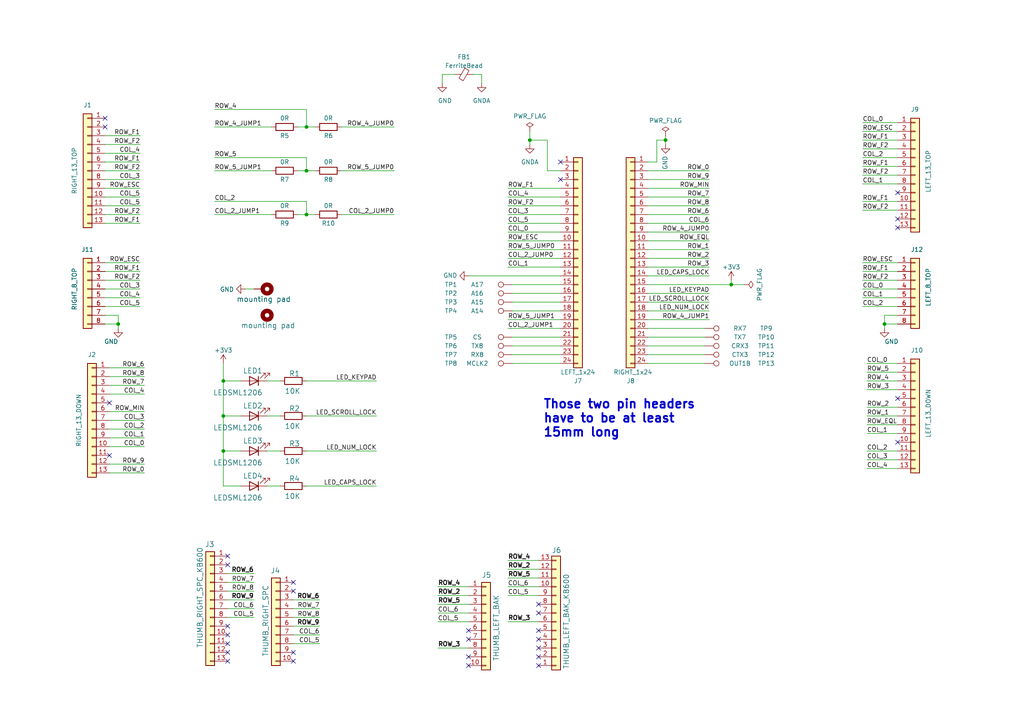
<source format=kicad_sch>
(kicad_sch (version 20230819) (generator eeschema)
  (paper "A4")
  (title_block (title "QMK BOARD FOR KINESIS ADVANTAGE") (date "2022-12-26") (rev "1.0"))
  (lib_symbols
    (symbol "Connector:TestPoint" (pin_numbers hide) (pin_names (offset 0.762) hide)
      (property "Reference" "TP" (at 0 6.858 0))
      (property "Value" "TestPoint" (at 0 5.08 0))
      (symbol "TestPoint_0_1"
        (circle (center 0 3.302) (radius 0.762))
      )
      (symbol "TestPoint_1_1"
        (pin passive line (at 0 0 90) (length 2.54) (name "1") (number "1"))
      )
    )
    (symbol "Connector_Generic:Conn_01x08" (pin_names (offset 1.016) hide)
      (property "Reference" "J" (at 0 10.16 0))
      (property "Value" "Conn_01x08" (at 0 -12.7 0))
      (symbol "Conn_01x08_1_1"
        (rectangle (start -1.27 -10.033) (end 0 -10.287) (stroke (width 0.1524)))
        (rectangle (start -1.27 -7.493) (end 0 -7.747) (stroke (width 0.1524)))
        (rectangle (start -1.27 -4.953) (end 0 -5.207) (stroke (width 0.1524)))
        (rectangle (start -1.27 -2.413) (end 0 -2.667) (stroke (width 0.1524)))
        (rectangle (start -1.27 0.127) (end 0 -0.127) (stroke (width 0.1524)))
        (rectangle (start -1.27 2.667) (end 0 2.413) (stroke (width 0.1524)))
        (rectangle (start -1.27 5.207) (end 0 4.953) (stroke (width 0.1524)))
        (rectangle (start -1.27 7.747) (end 0 7.493) (stroke (width 0.1524)))
        (rectangle (start -1.27 8.89) (end 1.27 -11.43) (stroke (width 0.254)) (fill (type background)))
        (pin passive line (at -5.08 7.62 0) (length 3.81) (name "Pin_1") (number "1"))
        (pin passive line (at -5.08 5.08 0) (length 3.81) (name "Pin_2") (number "2"))
        (pin passive line (at -5.08 2.54 0) (length 3.81) (name "Pin_3") (number "3"))
        (pin passive line (at -5.08 0 0) (length 3.81) (name "Pin_4") (number "4"))
        (pin passive line (at -5.08 -2.54 0) (length 3.81) (name "Pin_5") (number "5"))
        (pin passive line (at -5.08 -5.08 0) (length 3.81) (name "Pin_6") (number "6"))
        (pin passive line (at -5.08 -7.62 0) (length 3.81) (name "Pin_7") (number "7"))
        (pin passive line (at -5.08 -10.16 0) (length 3.81) (name "Pin_8") (number "8"))
      )
    )
    (symbol "Connector_Generic:Conn_01x10" (pin_names (offset 1.016) hide)
      (property "Reference" "J" (at 0 12.7 0))
      (property "Value" "Conn_01x10" (at 0 -15.24 0))
      (symbol "Conn_01x10_1_1"
        (rectangle (start -1.27 -12.573) (end 0 -12.827) (stroke (width 0.1524)))
        (rectangle (start -1.27 -10.033) (end 0 -10.287) (stroke (width 0.1524)))
        (rectangle (start -1.27 -7.493) (end 0 -7.747) (stroke (width 0.1524)))
        (rectangle (start -1.27 -4.953) (end 0 -5.207) (stroke (width 0.1524)))
        (rectangle (start -1.27 -2.413) (end 0 -2.667) (stroke (width 0.1524)))
        (rectangle (start -1.27 0.127) (end 0 -0.127) (stroke (width 0.1524)))
        (rectangle (start -1.27 2.667) (end 0 2.413) (stroke (width 0.1524)))
        (rectangle (start -1.27 5.207) (end 0 4.953) (stroke (width 0.1524)))
        (rectangle (start -1.27 7.747) (end 0 7.493) (stroke (width 0.1524)))
        (rectangle (start -1.27 10.287) (end 0 10.033) (stroke (width 0.1524)))
        (rectangle (start -1.27 11.43) (end 1.27 -13.97) (stroke (width 0.254)) (fill (type background)))
        (pin passive line (at -5.08 10.16 0) (length 3.81) (name "Pin_1") (number "1"))
        (pin passive line (at -5.08 -12.7 0) (length 3.81) (name "Pin_10") (number "10"))
        (pin passive line (at -5.08 7.62 0) (length 3.81) (name "Pin_2") (number "2"))
        (pin passive line (at -5.08 5.08 0) (length 3.81) (name "Pin_3") (number "3"))
        (pin passive line (at -5.08 2.54 0) (length 3.81) (name "Pin_4") (number "4"))
        (pin passive line (at -5.08 0 0) (length 3.81) (name "Pin_5") (number "5"))
        (pin passive line (at -5.08 -2.54 0) (length 3.81) (name "Pin_6") (number "6"))
        (pin passive line (at -5.08 -5.08 0) (length 3.81) (name "Pin_7") (number "7"))
        (pin passive line (at -5.08 -7.62 0) (length 3.81) (name "Pin_8") (number "8"))
        (pin passive line (at -5.08 -10.16 0) (length 3.81) (name "Pin_9") (number "9"))
      )
    )
    (symbol "Connector_Generic:Conn_01x13" (pin_names (offset 1.016) hide)
      (property "Reference" "J" (at 0 17.78 0))
      (property "Value" "Conn_01x13" (at 0 -17.78 0))
      (symbol "Conn_01x13_1_1"
        (rectangle (start -1.27 -15.113) (end 0 -15.367) (stroke (width 0.1524)))
        (rectangle (start -1.27 -12.573) (end 0 -12.827) (stroke (width 0.1524)))
        (rectangle (start -1.27 -10.033) (end 0 -10.287) (stroke (width 0.1524)))
        (rectangle (start -1.27 -7.493) (end 0 -7.747) (stroke (width 0.1524)))
        (rectangle (start -1.27 -4.953) (end 0 -5.207) (stroke (width 0.1524)))
        (rectangle (start -1.27 -2.413) (end 0 -2.667) (stroke (width 0.1524)))
        (rectangle (start -1.27 0.127) (end 0 -0.127) (stroke (width 0.1524)))
        (rectangle (start -1.27 2.667) (end 0 2.413) (stroke (width 0.1524)))
        (rectangle (start -1.27 5.207) (end 0 4.953) (stroke (width 0.1524)))
        (rectangle (start -1.27 7.747) (end 0 7.493) (stroke (width 0.1524)))
        (rectangle (start -1.27 10.287) (end 0 10.033) (stroke (width 0.1524)))
        (rectangle (start -1.27 12.827) (end 0 12.573) (stroke (width 0.1524)))
        (rectangle (start -1.27 15.367) (end 0 15.113) (stroke (width 0.1524)))
        (rectangle (start -1.27 16.51) (end 1.27 -16.51) (stroke (width 0.254)) (fill (type background)))
        (pin passive line (at -5.08 15.24 0) (length 3.81) (name "Pin_1") (number "1"))
        (pin passive line (at -5.08 -7.62 0) (length 3.81) (name "Pin_10") (number "10"))
        (pin passive line (at -5.08 -10.16 0) (length 3.81) (name "Pin_11") (number "11"))
        (pin passive line (at -5.08 -12.7 0) (length 3.81) (name "Pin_12") (number "12"))
        (pin passive line (at -5.08 -15.24 0) (length 3.81) (name "Pin_13") (number "13"))
        (pin passive line (at -5.08 12.7 0) (length 3.81) (name "Pin_2") (number "2"))
        (pin passive line (at -5.08 10.16 0) (length 3.81) (name "Pin_3") (number "3"))
        (pin passive line (at -5.08 7.62 0) (length 3.81) (name "Pin_4") (number "4"))
        (pin passive line (at -5.08 5.08 0) (length 3.81) (name "Pin_5") (number "5"))
        (pin passive line (at -5.08 2.54 0) (length 3.81) (name "Pin_6") (number "6"))
        (pin passive line (at -5.08 0 0) (length 3.81) (name "Pin_7") (number "7"))
        (pin passive line (at -5.08 -2.54 0) (length 3.81) (name "Pin_8") (number "8"))
        (pin passive line (at -5.08 -5.08 0) (length 3.81) (name "Pin_9") (number "9"))
      )
    )
    (symbol "Connector_Generic:Conn_01x24" (pin_names (offset 1.016) hide)
      (property "Reference" "J" (at 0 30.48 0))
      (property "Value" "Conn_01x24" (at 0 -33.02 0))
      (symbol "Conn_01x24_1_1"
        (rectangle (start -1.27 -30.353) (end 0 -30.607) (stroke (width 0.1524)))
        (rectangle (start -1.27 -27.813) (end 0 -28.067) (stroke (width 0.1524)))
        (rectangle (start -1.27 -25.273) (end 0 -25.527) (stroke (width 0.1524)))
        (rectangle (start -1.27 -22.733) (end 0 -22.987) (stroke (width 0.1524)))
        (rectangle (start -1.27 -20.193) (end 0 -20.447) (stroke (width 0.1524)))
        (rectangle (start -1.27 -17.653) (end 0 -17.907) (stroke (width 0.1524)))
        (rectangle (start -1.27 -15.113) (end 0 -15.367) (stroke (width 0.1524)))
        (rectangle (start -1.27 -12.573) (end 0 -12.827) (stroke (width 0.1524)))
        (rectangle (start -1.27 -10.033) (end 0 -10.287) (stroke (width 0.1524)))
        (rectangle (start -1.27 -7.493) (end 0 -7.747) (stroke (width 0.1524)))
        (rectangle (start -1.27 -4.953) (end 0 -5.207) (stroke (width 0.1524)))
        (rectangle (start -1.27 -2.413) (end 0 -2.667) (stroke (width 0.1524)))
        (rectangle (start -1.27 0.127) (end 0 -0.127) (stroke (width 0.1524)))
        (rectangle (start -1.27 2.667) (end 0 2.413) (stroke (width 0.1524)))
        (rectangle (start -1.27 5.207) (end 0 4.953) (stroke (width 0.1524)))
        (rectangle (start -1.27 7.747) (end 0 7.493) (stroke (width 0.1524)))
        (rectangle (start -1.27 10.287) (end 0 10.033) (stroke (width 0.1524)))
        (rectangle (start -1.27 12.827) (end 0 12.573) (stroke (width 0.1524)))
        (rectangle (start -1.27 15.367) (end 0 15.113) (stroke (width 0.1524)))
        (rectangle (start -1.27 17.907) (end 0 17.653) (stroke (width 0.1524)))
        (rectangle (start -1.27 20.447) (end 0 20.193) (stroke (width 0.1524)))
        (rectangle (start -1.27 22.987) (end 0 22.733) (stroke (width 0.1524)))
        (rectangle (start -1.27 25.527) (end 0 25.273) (stroke (width 0.1524)))
        (rectangle (start -1.27 28.067) (end 0 27.813) (stroke (width 0.1524)))
        (rectangle (start -1.27 29.21) (end 1.27 -31.75) (stroke (width 0.254)) (fill (type background)))
        (pin passive line (at -5.08 27.94 0) (length 3.81) (name "Pin_1") (number "1"))
        (pin passive line (at -5.08 5.08 0) (length 3.81) (name "Pin_10") (number "10"))
        (pin passive line (at -5.08 2.54 0) (length 3.81) (name "Pin_11") (number "11"))
        (pin passive line (at -5.08 0 0) (length 3.81) (name "Pin_12") (number "12"))
        (pin passive line (at -5.08 -2.54 0) (length 3.81) (name "Pin_13") (number "13"))
        (pin passive line (at -5.08 -5.08 0) (length 3.81) (name "Pin_14") (number "14"))
        (pin passive line (at -5.08 -7.62 0) (length 3.81) (name "Pin_15") (number "15"))
        (pin passive line (at -5.08 -10.16 0) (length 3.81) (name "Pin_16") (number "16"))
        (pin passive line (at -5.08 -12.7 0) (length 3.81) (name "Pin_17") (number "17"))
        (pin passive line (at -5.08 -15.24 0) (length 3.81) (name "Pin_18") (number "18"))
        (pin passive line (at -5.08 -17.78 0) (length 3.81) (name "Pin_19") (number "19"))
        (pin passive line (at -5.08 25.4 0) (length 3.81) (name "Pin_2") (number "2"))
        (pin passive line (at -5.08 -20.32 0) (length 3.81) (name "Pin_20") (number "20"))
        (pin passive line (at -5.08 -22.86 0) (length 3.81) (name "Pin_21") (number "21"))
        (pin passive line (at -5.08 -25.4 0) (length 3.81) (name "Pin_22") (number "22"))
        (pin passive line (at -5.08 -27.94 0) (length 3.81) (name "Pin_23") (number "23"))
        (pin passive line (at -5.08 -30.48 0) (length 3.81) (name "Pin_24") (number "24"))
        (pin passive line (at -5.08 22.86 0) (length 3.81) (name "Pin_3") (number "3"))
        (pin passive line (at -5.08 20.32 0) (length 3.81) (name "Pin_4") (number "4"))
        (pin passive line (at -5.08 17.78 0) (length 3.81) (name "Pin_5") (number "5"))
        (pin passive line (at -5.08 15.24 0) (length 3.81) (name "Pin_6") (number "6"))
        (pin passive line (at -5.08 12.7 0) (length 3.81) (name "Pin_7") (number "7"))
        (pin passive line (at -5.08 10.16 0) (length 3.81) (name "Pin_8") (number "8"))
        (pin passive line (at -5.08 7.62 0) (length 3.81) (name "Pin_9") (number "9"))
      )
    )
    (symbol "Device:FerriteBead_Small" (pin_numbers hide) (pin_names (offset 0))
      (property "Reference" "FB" (at 1.905 1.27 0))
      (property "Value" "FerriteBead_Small" (at 1.905 -1.27 0))
      (symbol "FerriteBead_Small_0_1"
        (polyline (pts (xy 0 -1.27) (xy 0 -0.7874)))
        (polyline (pts (xy 0 0.889) (xy 0 1.2954)))
        (polyline (pts (xy -1.8288 0.2794) (xy -1.1176 1.4986) (xy 1.8288 -0.2032) (xy 1.1176 -1.4224) (xy -1.8288 0.2794)))
      )
      (symbol "FerriteBead_Small_1_1"
        (pin passive line (at 0 2.54 270) (length 1.27) (name "~") (number "1"))
        (pin passive line (at 0 -2.54 90) (length 1.27) (name "~") (number "2"))
      )
    )
    (symbol "Device:LED" (pin_numbers hide) (pin_names (offset 1.016) hide)
      (property "Reference" "D" (at 0 2.54 0))
      (property "Value" "LED" (at 0 -2.54 0))
      (symbol "LED_0_1"
        (polyline (pts (xy -1.27 -1.27) (xy -1.27 1.27)) (stroke (width 0.254)))
        (polyline (pts (xy -1.27 0) (xy 1.27 0)))
        (polyline (pts (xy 1.27 -1.27) (xy 1.27 1.27) (xy -1.27 0) (xy 1.27 -1.27)) (stroke (width 0.254)))
        (polyline (pts (xy -3.048 -0.762) (xy -4.572 -2.286) (xy -3.81 -2.286) (xy -4.572 -2.286) (xy -4.572 -1.524)))
        (polyline (pts (xy -1.778 -0.762) (xy -3.302 -2.286) (xy -2.54 -2.286) (xy -3.302 -2.286) (xy -3.302 -1.524)))
      )
      (symbol "LED_1_1"
        (pin passive line (at -3.81 0 0) (length 2.54) (name "K") (number "1"))
        (pin passive line (at 3.81 0 180) (length 2.54) (name "A") (number "2"))
      )
    )
    (symbol "Device:R" (pin_numbers hide) (pin_names (offset 0))
      (property "Reference" "R" (at 2.032 0 90))
      (property "Value" "R" (at 0 0 90))
      (symbol "R_0_1"
        (rectangle (start -1.016 -2.54) (end 1.016 2.54) (stroke (width 0.254)))
      )
      (symbol "R_1_1"
        (pin passive line (at 0 3.81 270) (length 1.27) (name "~") (number "1"))
        (pin passive line (at 0 -3.81 90) (length 1.27) (name "~") (number "2"))
      )
    )
    (symbol "Mechanical:MountingHole" (pin_names (offset 1.016))
      (property "Reference" "H" (at 0 5.08 0))
      (property "Value" "MountingHole" (at 0 3.175 0))
      (symbol "MountingHole_0_1"
        (circle (center 0 0) (radius 1.27) (stroke (width 1.27)))
      )
    )
    (symbol "Mechanical:MountingHole_Pad" (pin_numbers hide) (pin_names (offset 1.016) hide)
      (property "Reference" "H" (at 0 6.35 0))
      (property "Value" "MountingHole_Pad" (at 0 4.445 0))
      (symbol "MountingHole_Pad_0_1"
        (circle (center 0 1.27) (radius 1.27) (stroke (width 1.27)))
      )
      (symbol "MountingHole_Pad_1_1"
        (pin input line (at 0 -2.54 90) (length 2.54) (name "1") (number "1"))
      )
    )
    (symbol "power:+3V3" (power) (pin_names (offset 0))
      (property "Value" "+3V3" (at 0 3.556 0))
      (symbol "+3V3_0_1"
        (polyline (pts (xy -0.762 1.27) (xy 0 2.54)))
        (polyline (pts (xy 0 0) (xy 0 2.54)))
        (polyline (pts (xy 0 2.54) (xy 0.762 1.27)))
      )
      (symbol "+3V3_1_1"
        (pin power_in line (at 0 0 90) (length 0) hide (name "+3V3") (number "1"))
      )
    )
    (symbol "power:GND" (power) (pin_names (offset 0))
      (property "Value" "GND" (at 0 -3.81 0))
      (symbol "GND_0_1"
        (polyline (pts (xy 0 0) (xy 0 -1.27) (xy 1.27 -1.27) (xy 0 -2.54) (xy -1.27 -1.27) (xy 0 -1.27)))
      )
      (symbol "GND_1_1"
        (pin power_in line (at 0 0 270) (length 0) hide (name "GND") (number "1"))
      )
    )
    (symbol "power:GNDA" (power) (pin_names (offset 0))
      (property "Value" "GNDA" (at 0 -3.81 0))
      (symbol "GNDA_0_1"
        (polyline (pts (xy 0 0) (xy 0 -1.27) (xy 1.27 -1.27) (xy 0 -2.54) (xy -1.27 -1.27) (xy 0 -1.27)))
      )
      (symbol "GNDA_1_1"
        (pin power_in line (at 0 0 270) (length 0) hide (name "GNDA") (number "1"))
      )
    )
    (symbol "power:PWR_FLAG" (power) (pin_numbers hide) (pin_names (offset 0) hide)
      (property "Value" "PWR_FLAG" (at 0 3.81 0))
      (symbol "PWR_FLAG_0_0"
        (pin power_out line (at 0 0 90) (length 0) (name "pwr") (number "1"))
      )
      (symbol "PWR_FLAG_0_1"
        (polyline (pts (xy 0 0) (xy 0 1.27) (xy -1.016 1.905) (xy 0 2.54) (xy 1.016 1.905) (xy 0 1.27)))
      )
    )
  )
  (junction (at 64.77 110.49))
  (junction (at 34.29 93.98))
  (junction (at 256.54 93.98))
  (junction (at 212.09 82.55))
  (junction (at 153.67 40.64))
  (junction (at 64.77 120.65))
  (junction (at 88.9 49.53))
  (junction (at 64.77 130.81))
  (junction (at 88.9 36.83))
  (junction (at 193.04 40.64))
  (junction (at 88.9 62.23))
  (no_connect (at 66.04 191.77))
  (no_connect (at 260.35 115.57))
  (no_connect (at 260.35 66.04))
  (no_connect (at 156.21 175.26))
  (no_connect (at 135.89 182.88))
  (no_connect (at 162.56 46.99))
  (no_connect (at 260.35 128.27))
  (no_connect (at 30.48 34.29))
  (no_connect (at 66.04 186.69))
  (no_connect (at 66.04 161.29))
  (no_connect (at 162.56 52.07))
  (no_connect (at 156.21 187.96))
  (no_connect (at 156.21 190.5))
  (no_connect (at 85.09 191.77))
  (no_connect (at 260.35 55.88))
  (no_connect (at 85.09 168.91))
  (no_connect (at 30.48 36.83))
  (no_connect (at 135.89 193.04))
  (no_connect (at 66.04 184.15))
  (no_connect (at 31.75 132.08))
  (no_connect (at 85.09 171.45))
  (no_connect (at 66.04 163.83))
  (no_connect (at 156.21 193.04))
  (no_connect (at 85.09 189.23))
  (no_connect (at 156.21 185.42))
  (no_connect (at 135.89 185.42))
  (no_connect (at 156.21 177.8))
  (no_connect (at 156.21 182.88))
  (no_connect (at 66.04 189.23))
  (no_connect (at 31.75 116.84))
  (no_connect (at 66.04 181.61))
  (no_connect (at 260.35 63.5))
  (no_connect (at 135.89 190.5))
  (wire (pts (xy 88.9 36.83) (xy 91.44 36.83)))
  (wire (pts (xy 162.56 85.09) (xy 148.59 85.09)))
  (wire (pts (xy 250.19 50.8) (xy 260.35 50.8)))
  (wire (pts (xy 85.09 184.15) (xy 92.71 184.15)))
  (wire (pts (xy 137.16 21.59) (xy 139.7 21.59)))
  (wire (pts (xy 190.5 40.64) (xy 190.5 46.99)))
  (wire (pts (xy 88.9 120.65) (xy 109.22 120.65)))
  (wire (pts (xy 41.91 129.54) (xy 31.75 129.54)))
  (wire (pts (xy 162.56 74.93) (xy 147.32 74.93)))
  (wire (pts (xy 127 170.18) (xy 135.89 170.18)))
  (wire (pts (xy 62.23 31.75) (xy 88.9 31.75)))
  (wire (pts (xy 99.06 62.23) (xy 114.3 62.23)))
  (wire (pts (xy 250.19 35.56) (xy 260.35 35.56)))
  (wire (pts (xy 162.56 90.17) (xy 148.59 90.17)))
  (wire (pts (xy 30.48 41.91) (xy 40.64 41.91)))
  (wire (pts (xy 251.46 118.11) (xy 260.35 118.11)))
  (wire (pts (xy 30.48 81.28) (xy 40.64 81.28)))
  (wire (pts (xy 73.66 168.91) (xy 66.04 168.91)))
  (wire (pts (xy 162.56 69.85) (xy 147.32 69.85)))
  (wire (pts (xy 30.48 57.15) (xy 40.64 57.15)))
  (wire (pts (xy 162.56 62.23) (xy 147.32 62.23)))
  (wire (pts (xy 250.19 88.9) (xy 260.35 88.9)))
  (wire (pts (xy 40.64 62.23) (xy 30.48 62.23)))
  (wire (pts (xy 162.56 97.79) (xy 148.59 97.79)))
  (wire (pts (xy 62.23 49.53) (xy 78.74 49.53)))
  (wire (pts (xy 64.77 130.81) (xy 64.77 140.97)))
  (wire (pts (xy 205.74 87.63) (xy 187.96 87.63)))
  (wire (pts (xy 64.77 120.65) (xy 64.77 130.81)))
  (wire (pts (xy 205.74 92.71) (xy 187.96 92.71)))
  (wire (pts (xy 92.71 179.07) (xy 85.09 179.07)))
  (wire (pts (xy 62.23 45.72) (xy 88.9 45.72)))
  (wire (pts (xy 190.5 46.99) (xy 187.96 46.99)))
  (wire (pts (xy 41.91 114.3) (xy 31.75 114.3)))
  (wire (pts (xy 41.91 137.16) (xy 31.75 137.16)))
  (wire (pts (xy 41.91 109.22) (xy 31.75 109.22)))
  (wire (pts (xy 62.23 62.23) (xy 78.74 62.23)))
  (wire (pts (xy 251.46 125.73) (xy 260.35 125.73)))
  (wire (pts (xy 156.21 170.18) (xy 147.32 170.18)))
  (wire (pts (xy 30.48 76.2) (xy 40.64 76.2)))
  (wire (pts (xy 212.09 82.55) (xy 187.96 82.55)))
  (wire (pts (xy 205.74 59.69) (xy 187.96 59.69)))
  (wire (pts (xy 77.47 120.65) (xy 81.28 120.65)))
  (wire (pts (xy 127 175.26) (xy 135.89 175.26)))
  (wire (pts (xy 40.64 44.45) (xy 30.48 44.45)))
  (wire (pts (xy 205.74 80.01) (xy 187.96 80.01)))
  (wire (pts (xy 41.91 106.68) (xy 31.75 106.68)))
  (wire (pts (xy 73.66 173.99) (xy 66.04 173.99)))
  (wire (pts (xy 153.67 40.64) (xy 153.67 41.91)))
  (wire (pts (xy 205.74 72.39) (xy 187.96 72.39)))
  (wire (pts (xy 88.9 62.23) (xy 91.44 62.23)))
  (wire (pts (xy 73.66 179.07) (xy 66.04 179.07)))
  (wire (pts (xy 88.9 36.83) (xy 88.9 31.75)))
  (wire (pts (xy 71.12 83.82) (xy 73.66 83.82)))
  (wire (pts (xy 251.46 113.03) (xy 260.35 113.03)))
  (wire (pts (xy 162.56 64.77) (xy 147.32 64.77)))
  (wire (pts (xy 250.19 38.1) (xy 260.35 38.1)))
  (wire (pts (xy 147.32 167.64) (xy 156.21 167.64)))
  (wire (pts (xy 86.36 49.53) (xy 88.9 49.53)))
  (wire (pts (xy 162.56 92.71) (xy 147.32 92.71)))
  (wire (pts (xy 204.47 102.87) (xy 187.96 102.87)))
  (wire (pts (xy 193.04 40.64) (xy 190.5 40.64)))
  (wire (pts (xy 41.91 124.46) (xy 31.75 124.46)))
  (wire (pts (xy 162.56 105.41) (xy 148.59 105.41)))
  (wire (pts (xy 205.74 54.61) (xy 187.96 54.61)))
  (wire (pts (xy 88.9 62.23) (xy 88.9 58.42)))
  (wire (pts (xy 250.19 60.96) (xy 260.35 60.96)))
  (wire (pts (xy 250.19 83.82) (xy 260.35 83.82)))
  (wire (pts (xy 73.66 176.53) (xy 66.04 176.53)))
  (wire (pts (xy 73.66 171.45) (xy 66.04 171.45)))
  (wire (pts (xy 30.48 88.9) (xy 40.64 88.9)))
  (wire (pts (xy 92.71 181.61) (xy 85.09 181.61)))
  (wire (pts (xy 250.19 58.42) (xy 260.35 58.42)))
  (wire (pts (xy 251.46 105.41) (xy 260.35 105.41)))
  (wire (pts (xy 92.71 173.99) (xy 85.09 173.99)))
  (wire (pts (xy 73.66 166.37) (xy 66.04 166.37)))
  (wire (pts (xy 41.91 121.92) (xy 31.75 121.92)))
  (wire (pts (xy 86.36 36.83) (xy 88.9 36.83)))
  (wire (pts (xy 88.9 110.49) (xy 109.22 110.49)))
  (wire (pts (xy 162.56 100.33) (xy 148.59 100.33)))
  (wire (pts (xy 162.56 80.01) (xy 135.89 80.01)))
  (wire (pts (xy 139.7 21.59) (xy 139.7 24.13)))
  (wire (pts (xy 64.77 110.49) (xy 64.77 120.65)))
  (wire (pts (xy 204.47 97.79) (xy 187.96 97.79)))
  (wire (pts (xy 158.75 40.64) (xy 153.67 40.64)))
  (wire (pts (xy 204.47 100.33) (xy 187.96 100.33)))
  (wire (pts (xy 69.85 120.65) (xy 64.77 120.65)))
  (wire (pts (xy 147.32 172.72) (xy 156.21 172.72)))
  (wire (pts (xy 250.19 45.72) (xy 260.35 45.72)))
  (wire (pts (xy 88.9 140.97) (xy 109.22 140.97)))
  (wire (pts (xy 30.48 39.37) (xy 40.64 39.37)))
  (wire (pts (xy 34.29 93.98) (xy 34.29 91.44)))
  (wire (pts (xy 205.74 69.85) (xy 187.96 69.85)))
  (wire (pts (xy 30.48 59.69) (xy 40.64 59.69)))
  (wire (pts (xy 162.56 82.55) (xy 148.59 82.55)))
  (wire (pts (xy 251.46 130.81) (xy 260.35 130.81)))
  (wire (pts (xy 205.74 85.09) (xy 187.96 85.09)))
  (wire (pts (xy 30.48 49.53) (xy 40.64 49.53)))
  (wire (pts (xy 205.74 77.47) (xy 187.96 77.47)))
  (wire (pts (xy 251.46 135.89) (xy 260.35 135.89)))
  (wire (pts (xy 156.21 165.1) (xy 147.32 165.1)))
  (wire (pts (xy 62.23 36.83) (xy 78.74 36.83)))
  (wire (pts (xy 88.9 45.72) (xy 88.9 49.53)))
  (wire (pts (xy 250.19 40.64) (xy 260.35 40.64)))
  (wire (pts (xy 250.19 76.2) (xy 260.35 76.2)))
  (wire (pts (xy 205.74 57.15) (xy 187.96 57.15)))
  (wire (pts (xy 41.91 134.62) (xy 31.75 134.62)))
  (wire (pts (xy 251.46 110.49) (xy 260.35 110.49)))
  (wire (pts (xy 250.19 53.34) (xy 260.35 53.34)))
  (wire (pts (xy 162.56 77.47) (xy 147.32 77.47)))
  (wire (pts (xy 256.54 91.44) (xy 260.35 91.44)))
  (wire (pts (xy 99.06 36.83) (xy 114.3 36.83)))
  (wire (pts (xy 77.47 140.97) (xy 81.28 140.97)))
  (wire (pts (xy 40.64 64.77) (xy 30.48 64.77)))
  (wire (pts (xy 135.89 177.8) (xy 127 177.8)))
  (wire (pts (xy 250.19 43.18) (xy 260.35 43.18)))
  (wire (pts (xy 128.27 24.13) (xy 128.27 21.59)))
  (wire (pts (xy 193.04 40.64) (xy 193.04 41.91)))
  (wire (pts (xy 156.21 180.34) (xy 147.32 180.34)))
  (wire (pts (xy 34.29 95.25) (xy 34.29 93.98)))
  (wire (pts (xy 86.36 62.23) (xy 88.9 62.23)))
  (wire (pts (xy 88.9 49.53) (xy 91.44 49.53)))
  (wire (pts (xy 64.77 110.49) (xy 64.77 105.41)))
  (wire (pts (xy 251.46 123.19) (xy 260.35 123.19)))
  (wire (pts (xy 135.89 187.96) (xy 127 187.96)))
  (wire (pts (xy 34.29 93.98) (xy 30.48 93.98)))
  (wire (pts (xy 69.85 110.49) (xy 64.77 110.49)))
  (wire (pts (xy 256.54 95.25) (xy 256.54 93.98)))
  (wire (pts (xy 158.75 49.53) (xy 158.75 40.64)))
  (wire (pts (xy 162.56 59.69) (xy 147.32 59.69)))
  (wire (pts (xy 162.56 95.25) (xy 147.32 95.25)))
  (wire (pts (xy 92.71 176.53) (xy 85.09 176.53)))
  (wire (pts (xy 30.48 46.99) (xy 40.64 46.99)))
  (wire (pts (xy 256.54 93.98) (xy 256.54 91.44)))
  (wire (pts (xy 34.29 91.44) (xy 30.48 91.44)))
  (wire (pts (xy 147.32 162.56) (xy 156.21 162.56)))
  (wire (pts (xy 162.56 72.39) (xy 147.32 72.39)))
  (wire (pts (xy 205.74 62.23) (xy 187.96 62.23)))
  (wire (pts (xy 205.74 52.07) (xy 187.96 52.07)))
  (wire (pts (xy 69.85 130.81) (xy 64.77 130.81)))
  (wire (pts (xy 92.71 186.69) (xy 85.09 186.69)))
  (wire (pts (xy 162.56 102.87) (xy 148.59 102.87)))
  (wire (pts (xy 31.75 111.76) (xy 41.91 111.76)))
  (wire (pts (xy 250.19 81.28) (xy 260.35 81.28)))
  (wire (pts (xy 128.27 21.59) (xy 132.08 21.59)))
  (wire (pts (xy 250.19 48.26) (xy 260.35 48.26)))
  (wire (pts (xy 64.77 140.97) (xy 69.85 140.97)))
  (wire (pts (xy 153.67 38.1) (xy 153.67 40.64)))
  (wire (pts (xy 41.91 119.38) (xy 31.75 119.38)))
  (wire (pts (xy 193.04 39.37) (xy 193.04 40.64)))
  (wire (pts (xy 250.19 78.74) (xy 260.35 78.74)))
  (wire (pts (xy 88.9 130.81) (xy 109.22 130.81)))
  (wire (pts (xy 135.89 172.72) (xy 127 172.72)))
  (wire (pts (xy 162.56 87.63) (xy 148.59 87.63)))
  (wire (pts (xy 205.74 64.77) (xy 187.96 64.77)))
  (wire (pts (xy 251.46 107.95) (xy 260.35 107.95)))
  (wire (pts (xy 251.46 133.35) (xy 260.35 133.35)))
  (wire (pts (xy 215.9 82.55) (xy 212.09 82.55)))
  (wire (pts (xy 162.56 57.15) (xy 147.32 57.15)))
  (wire (pts (xy 205.74 90.17) (xy 187.96 90.17)))
  (wire (pts (xy 162.56 54.61) (xy 147.32 54.61)))
  (wire (pts (xy 31.75 127) (xy 41.91 127)))
  (wire (pts (xy 30.48 86.36) (xy 40.64 86.36)))
  (wire (pts (xy 77.47 110.49) (xy 81.28 110.49)))
  (wire (pts (xy 256.54 93.98) (xy 260.35 93.98)))
  (wire (pts (xy 212.09 81.28) (xy 212.09 82.55)))
  (wire (pts (xy 250.19 86.36) (xy 260.35 86.36)))
  (wire (pts (xy 30.48 78.74) (xy 40.64 78.74)))
  (wire (pts (xy 205.74 49.53) (xy 187.96 49.53)))
  (wire (pts (xy 30.48 52.07) (xy 40.64 52.07)))
  (wire (pts (xy 162.56 67.31) (xy 147.32 67.31)))
  (wire (pts (xy 99.06 49.53) (xy 114.3 49.53)))
  (wire (pts (xy 204.47 105.41) (xy 187.96 105.41)))
  (wire (pts (xy 62.23 58.42) (xy 88.9 58.42)))
  (wire (pts (xy 127 180.34) (xy 135.89 180.34)))
  (wire (pts (xy 77.47 130.81) (xy 81.28 130.81)))
  (wire (pts (xy 251.46 120.65) (xy 260.35 120.65)))
  (wire (pts (xy 30.48 54.61) (xy 40.64 54.61)))
  (wire (pts (xy 205.74 67.31) (xy 187.96 67.31)))
  (wire (pts (xy 162.56 49.53) (xy 158.75 49.53)))
  (wire (pts (xy 204.47 95.25) (xy 187.96 95.25)))
  (wire (pts (xy 205.74 74.93) (xy 187.96 74.93)))
  (wire (pts (xy 30.48 83.82) (xy 40.64 83.82)))
  (text "Those two pin headers \nhave to be at least \n15mm long" (at 157.48 127 0) (effects (font (size 2.54 2.54) (thickness 0.508) bold) (justify left bottom)))
  (label "LED_KEYPAD" (at 205.74 85.09 180))
  (label "COL_3" (at 40.64 83.82 180))
  (label "ROW_7" (at 92.71 176.53 180))
  (label "LED_SCROLL_LOCK" (at 205.74 87.63 180))
  (label "ROW_ESC" (at 250.19 76.2 0))
  (label "COL_0" (at 250.19 83.82 0))
  (label "COL_0" (at 251.46 105.41 0))
  (label "ROW_F1" (at 40.64 64.77 180))
  (label "COL_5" (at 147.32 64.77 0))
  (label "ROW_ESC" (at 147.32 69.85 0))
  (label "ROW_F1" (at 250.19 48.26 0))
  (label "COL_2_JUMP1" (at 147.32 95.25 0))
  (label "ROW_1" (at 251.46 120.65 0))
  (label "COL_1" (at 250.19 86.36 0))
  (label "ROW_3" (at 205.74 77.47 180))
  (label "ROW_5" (at 62.23 45.72 0))
  (label "ROW_6" (at 205.74 62.23 180))
  (label "ROW_4" (at 127 170.18 0) (effects (font (thickness 0.254) bold)))
  (label "COL_5" (at 92.71 186.69 180))
  (label "COL_2_JUMP1" (at 62.23 62.23 0))
  (label "COL_2_JUMP0" (at 147.32 74.93 0))
  (label "ROW_8" (at 205.74 59.69 180))
  (label "ROW_F2" (at 250.19 43.18 0))
  (label "COL_2_JUMP0" (at 114.3 62.23 180))
  (label "ROW_6" (at 41.91 106.68 180))
  (label "COL_4" (at 40.64 86.36 180))
  (label "ROW_F2" (at 40.64 41.91 180))
  (label "ROW_8" (at 73.66 171.45 180))
  (label "ROW_4_JUMP0" (at 114.3 36.83 180))
  (label "ROW_MIN" (at 41.91 119.38 180))
  (label "ROW_F1" (at 250.19 40.64 0))
  (label "ROW_5" (at 127 175.26 0) (effects (font (thickness 0.254) bold)))
  (label "COL_0" (at 147.32 67.31 0))
  (label "COL_6" (at 127 177.8 0))
  (label "ROW_0" (at 205.74 49.53 180))
  (label "LED_SCROLL_LOCK" (at 109.22 120.65 180))
  (label "ROW_ESC" (at 40.64 54.61 180))
  (label "ROW_4" (at 62.23 31.75 0))
  (label "LED_KEYPAD" (at 109.22 110.49 180))
  (label "COL_4" (at 40.64 44.45 180))
  (label "ROW_F2" (at 40.64 62.23 180))
  (label "ROW_6" (at 92.71 173.99 180) (effects (font (thickness 0.254) bold)))
  (label "COL_6" (at 147.32 170.18 0))
  (label "ROW_8" (at 41.91 109.22 180))
  (label "ROW_F1" (at 40.64 46.99 180))
  (label "ROW_EQL" (at 205.74 69.85 180))
  (label "COL_1" (at 250.19 53.34 0))
  (label "ROW_ESC" (at 250.19 38.1 0))
  (label "COL_3" (at 40.64 52.07 180))
  (label "ROW_3" (at 127 187.96 0) (effects (font (thickness 0.254) bold)))
  (label "ROW_7" (at 205.74 57.15 180))
  (label "ROW_5" (at 147.32 167.64 0) (effects (font (thickness 0.254) bold)))
  (label "ROW_2" (at 127 172.72 0) (effects (font (thickness 0.254) bold)))
  (label "ROW_F2" (at 250.19 50.8 0))
  (label "COL_5" (at 73.66 179.07 180))
  (label "ROW_EQL" (at 251.46 123.19 0))
  (label "ROW_4_JUMP0" (at 205.74 67.31 180))
  (label "ROW_F1" (at 40.64 78.74 180))
  (label "COL_1" (at 147.32 77.47 0))
  (label "COL_5" (at 40.64 88.9 180))
  (label "COL_3" (at 147.32 62.23 0))
  (label "ROW_MIN" (at 205.74 54.61 180))
  (label "ROW_5_JUMP1" (at 62.23 49.53 0))
  (label "LED_NUM_LOCK" (at 205.74 90.17 180))
  (label "ROW_5_JUMP0" (at 114.3 49.53 180))
  (label "COL_4" (at 251.46 135.89 0))
  (label "ROW_F2" (at 40.64 49.53 180))
  (label "ROW_3" (at 147.32 180.34 0) (effects (font (thickness 0.254) bold)))
  (label "ROW_6" (at 73.66 166.37 180) (effects (font (thickness 0.254) bold)))
  (label "ROW_4" (at 251.46 110.49 0))
  (label "COL_2" (at 41.91 124.46 180))
  (label "ROW_F1" (at 250.19 78.74 0))
  (label "ROW_ESC" (at 40.64 76.2 180))
  (label "LED_NUM_LOCK" (at 109.22 130.81 180))
  (label "ROW_1" (at 205.74 72.39 180))
  (label "COL_2" (at 251.46 130.81 0))
  (label "LED_CAPS_LOCK" (at 205.74 80.01 180))
  (label "ROW_7" (at 41.91 111.76 180))
  (label "COL_6" (at 205.74 64.77 180))
  (label "ROW_F2" (at 250.19 60.96 0))
  (label "ROW_2" (at 147.32 165.1 0) (effects (font (thickness 0.254) bold)))
  (label "COL_5" (at 147.32 172.72 0))
  (label "COL_6" (at 92.71 184.15 180))
  (label "ROW_4_JUMP1" (at 62.23 36.83 0))
  (label "ROW_9" (at 92.71 181.61 180) (effects (font (thickness 0.254) bold)))
  (label "ROW_F1" (at 250.19 58.42 0))
  (label "COL_6" (at 73.66 176.53 180))
  (label "ROW_2" (at 251.46 118.11 0))
  (label "ROW_8" (at 92.71 179.07 180))
  (label "COL_1" (at 41.91 127 180))
  (label "ROW_F2" (at 147.32 59.69 0))
  (label "COL_0" (at 41.91 129.54 180))
  (label "COL_5" (at 40.64 57.15 180))
  (label "COL_2" (at 250.19 45.72 0))
  (label "COL_5" (at 40.64 59.69 180))
  (label "ROW_0" (at 41.91 137.16 180))
  (label "COL_4" (at 147.32 57.15 0))
  (label "ROW_F1" (at 40.64 39.37 180))
  (label "COL_3" (at 41.91 121.92 180))
  (label "COL_1" (at 251.46 125.73 0))
  (label "ROW_4" (at 147.32 162.56 0) (effects (font (thickness 0.254) bold)))
  (label "LED_CAPS_LOCK" (at 109.22 140.97 180))
  (label "COL_2" (at 62.23 58.42 0))
  (label "ROW_5" (at 251.46 107.95 0))
  (label "ROW_7" (at 73.66 168.91 180))
  (label "COL_5" (at 127 180.34 0))
  (label "COL_0" (at 250.19 35.56 0))
  (label "ROW_9" (at 41.91 134.62 180))
  (label "ROW_F2" (at 40.64 81.28 180))
  (label "ROW_3" (at 251.46 113.03 0))
  (label "ROW_9" (at 73.66 173.99 180) (effects (font (thickness 0.254) bold)))
  (label "ROW_F1" (at 147.32 54.61 0))
  (label "COL_2" (at 250.19 88.9 0))
  (label "ROW_4_JUMP1" (at 205.74 92.71 180))
  (label "ROW_9" (at 205.74 52.07 180))
  (label "ROW_F2" (at 250.19 81.28 0))
  (label "ROW_5_JUMP1" (at 147.32 92.71 0))
  (label "COL_4" (at 41.91 114.3 180))
  (label "ROW_5_JUMP0" (at 147.32 72.39 0))
  (label "COL_3" (at 251.46 133.35 0))
  (label "ROW_2" (at 205.74 74.93 180))
  (symbol (lib_id "power:PWR_FLAG") (at 215.9 82.55 270) (mirror x) (unit 1)
    (property "Reference" "#FLG03" (effects hide))
    (property "Value" "PWR_FLAG" (at 220.2942 82.55 0))
  )
  (symbol (lib_id "Connector:TestPoint") (at 204.47 97.79 270) (mirror x) (unit 1)
    (property "Reference" "TP10" (at 222.25 97.79 90))
    (property "Value" "TX7" (at 214.63 97.79 90))
    (property "Footprint" "TestPoint:TestPoint_Pad_D2.0mm" (effects hide))
  )
  (symbol (lib_id "power:GND") (at 71.12 83.82 270) (unit 1)
    (property "Reference" "#PWR02" (effects hide))
    (property "Value" "GND" (at 67.8688 83.947 90) (effects (justify right)))
  )
  (symbol (lib_id "Connector:TestPoint") (at 148.59 90.17 90) (mirror x) (unit 1)
    (property "Reference" "TP4" (at 130.81 90.17 90))
    (property "Value" "A14" (at 138.43 90.17 90))
    (property "Footprint" "TestPoint:TestPoint_Pad_D2.0mm" (effects hide))
  )
  (symbol (lib_id "power:GNDA") (at 153.67 41.91 0) (mirror y) (unit 1)
    (property "Reference" "#PWR06" (effects hide))
    (property "Value" "GNDA" (at 153.67 46.99 0))
  )
  (symbol (lib_id "power:GND") (at 135.89 80.01 270) (mirror x) (unit 1)
    (property "Reference" "#PWR05" (effects hide))
    (property "Value" "GND" (at 132.6388 79.883 90) (effects (justify right)))
  )
  (symbol (lib_id "power:+3V3") (at 212.09 81.28 0) (mirror y) (unit 1)
    (property "Reference" "#PWR08" (effects hide))
    (property "Value" "+3V3" (at 212.09 77.47 0))
  )
  (symbol (lib_id "Connector_Generic:Conn_01x08") (at 265.43 83.82 0) (unit 1)
    (property "Reference" "J12" (at 264.16 72.39 0) (effects (justify left)))
    (property "Value" "LEFT_8_TOP" (at 269.24 88.9 90) (effects (justify left)))
    (property "Footprint" "dodo_conn:84953-6" (effects hide))
    (property "Description" "Generic connector, single row, 01x08, script generated (kicad-library-utils/schlib/autogen/connector/)" (effects hide))
  )
  (symbol (lib_id "Device:LED") (at 73.66 120.65 180) (unit 1)
    (property "Reference" "LED2" (at 76.2 116.84 0) (effects (font (size 1.4986 1.4986)) (justify left bottom)))
    (property "Value" "LEDSML1206" (at 76.2 123.19 0) (effects (font (size 1.4986 1.4986)) (justify left bottom)))
    (property "Footprint" "LED_SMD:LED_1206_3216Metric_Pad1.42x1.75mm_HandSolder" (effects hide))
    (property "digikeypn" "754-1439-1-ND" (effects hide))
    (property "MPN" "APT3216QBC/D" (effects hide))
    (property "mouserpn" "604-APT3216QBC/D" (effects hide))
  )
  (symbol (lib_id "Connector_Generic:Conn_01x10") (at 80.01 179.07 0) (mirror y) (unit 1)
    (property "Reference" "J4" (at 81.28 166.37 0) (effects (font (size 1.4986 1.4986)) (justify left bottom)))
    (property "Value" "THUMB_RIGHT_SPC" (at 76.2 190.5 90) (effects (font (size 1.4986 1.4986)) (justify left bottom)))
    (property "Footprint" "Connector_PinHeader_2.54mm:PinHeader_1x10_P2.54mm_Vertical" (effects hide))
    (property "digikeypn" "WM14526-ND" (effects hide))
    (property "MPN" "39-53-2135" (effects hide))
    (property "mouserpn" "538-39-53-2135" (effects hide))
  )
  (symbol (lib_id "Connector:TestPoint") (at 148.59 82.55 90) (mirror x) (unit 1)
    (property "Reference" "TP1" (at 130.81 82.55 90))
    (property "Value" "A17" (at 138.43 82.55 90))
    (property "Footprint" "TestPoint:TestPoint_Pad_D2.0mm" (effects hide))
  )
  (symbol (lib_id "Device:R") (at 85.09 140.97 270) (unit 1)
    (property "Reference" "R4" (at 83.82 139.7 90) (effects (font (size 1.4986 1.4986)) (justify left bottom)))
    (property "Value" "10K" (at 82.55 144.78 90) (effects (font (size 1.4986 1.4986)) (justify left bottom)))
    (property "Footprint" "Resistor_SMD:R_1206_3216Metric_Pad1.30x1.75mm_HandSolder" (effects hide))
    (property "digikeypn" "541-3983-1-ND" (effects hide))
    (property "MPN" "CRCW120610K0FKEAC" (effects hide))
    (property "mouserpn" "71-CRCW120610K0FKEAC" (effects hide))
  )
  (symbol (lib_id "Device:R") (at 82.55 36.83 90) (unit 1)
    (property "Reference" "R5" (at 82.55 39.37 90))
    (property "Value" "0R" (at 82.55 34.29 90))
    (property "Footprint" "Resistor_SMD:R_1206_3216Metric_Pad1.30x1.75mm_HandSolder" (effects hide))
  )
  (symbol (lib_id "Mechanical:MountingHole") (at 77.47 91.44 270) (unit 1)
    (property "Reference" "H2" (effects hide))
    (property "Value" "mounting pad" (at 69.85 95.25 90) (effects (font (size 1.4986 1.4986)) (justify left bottom)))
    (property "Footprint" "MountingHole:MountingHole_6mm" (effects hide))
  )
  (symbol (lib_id "Device:R") (at 95.25 36.83 90) (unit 1)
    (property "Reference" "R6" (at 95.25 39.37 90))
    (property "Value" "0R" (at 95.25 34.29 90))
    (property "Footprint" "Resistor_SMD:R_1206_3216Metric_Pad1.30x1.75mm_HandSolder" (effects hide))
  )
  (symbol (lib_id "Device:R") (at 85.09 110.49 270) (unit 1)
    (property "Reference" "R1" (at 83.82 109.22 90) (effects (font (size 1.4986 1.4986)) (justify left bottom)))
    (property "Value" "10K" (at 82.55 114.3 90) (effects (font (size 1.4986 1.4986)) (justify left bottom)))
    (property "Footprint" "Resistor_SMD:R_1206_3216Metric_Pad1.30x1.75mm_HandSolder" (effects hide))
    (property "digikeypn" "541-3983-1-ND" (effects hide))
    (property "MPN" "CRCW120610K0FKEAC" (effects hide))
    (property "mouserpn" "71-CRCW120610K0FKEAC" (effects hide))
  )
  (symbol (lib_id "Connector:TestPoint") (at 148.59 85.09 90) (mirror x) (unit 1)
    (property "Reference" "TP2" (at 130.81 85.09 90))
    (property "Value" "A16" (at 138.43 85.09 90))
    (property "Footprint" "TestPoint:TestPoint_Pad_D2.0mm" (effects hide))
  )
  (symbol (lib_id "Connector_Generic:Conn_01x10") (at 140.97 180.34 0) (unit 1)
    (property "Reference" "J5" (at 139.7 167.64 0) (effects (font (size 1.4986 1.4986)) (justify left bottom)))
    (property "Value" "THUMB_LEFT_BAK" (at 144.78 191.77 90) (effects (font (size 1.4986 1.4986)) (justify left bottom)))
    (property "Footprint" "Connector_PinHeader_2.54mm:PinHeader_1x10_P2.54mm_Vertical" (effects hide))
    (property "digikeypn" "WM14526-ND" (effects hide))
    (property "MPN" "39-53-2135" (effects hide))
    (property "mouserpn" "538-39-53-2135" (effects hide))
  )
  (symbol (lib_id "Connector_Generic:Conn_01x24") (at 167.64 74.93 0) (unit 1)
    (property "Reference" "J7" (at 167.64 110.49 0))
    (property "Value" "LEFT_1x24" (at 167.64 107.95 0))
    (property "Footprint" "Connector_PinHeader_2.54mm:PinHeader_1x24_P2.54mm_Vertical" (effects hide))
  )
  (symbol (lib_id "Connector:TestPoint") (at 148.59 100.33 90) (mirror x) (unit 1)
    (property "Reference" "TP6" (at 130.81 100.33 90))
    (property "Value" "TX8" (at 138.43 100.33 90))
    (property "Footprint" "TestPoint:TestPoint_Pad_D2.0mm" (effects hide))
  )
  (symbol (lib_id "Connector:TestPoint") (at 204.47 95.25 270) (mirror x) (unit 1)
    (property "Reference" "TP9" (at 222.25 95.25 90))
    (property "Value" "RX7" (at 214.63 95.25 90))
    (property "Footprint" "TestPoint:TestPoint_Pad_D2.0mm" (effects hide))
  )
  (symbol (lib_id "Connector_Generic:Conn_01x13") (at 26.67 121.92 0) (mirror y) (unit 1)
    (property "Reference" "J2" (at 26.67 102.87 0))
    (property "Value" "RIGHT_13_DOWN" (at 22.86 121.92 90))
    (property "Footprint" "dodo_conn:Molex-39-53-2135" (effects hide))
    (property "digikeypn" "WM14526-ND" (effects hide))
    (property "MPN" "39-53-2135" (effects hide))
    (property "mouserpn" "538-39-53-2135" (effects hide))
  )
  (symbol (lib_id "Connector_Generic:Conn_01x13") (at 161.29 177.8 0) (mirror x) (unit 1)
    (property "Reference" "J6" (at 160.02 158.75 0) (effects (font (size 1.4986 1.4986)) (justify left bottom)))
    (property "Value" "THUMB_LEFT_BAK_KB600" (at 165.1 166.37 90) (effects (font (size 1.4986 1.4986)) (justify left bottom)))
    (property "Footprint" "dodo_conn:Molex-39-53-2135" (effects hide))
    (property "digikeypn" "WM14526-ND" (effects hide))
    (property "MPN" "39-53-2135" (effects hide))
    (property "mouserpn" "538-39-53-2135" (effects hide))
  )
  (symbol (lib_id "Connector_Generic:Conn_01x13") (at 265.43 50.8 0) (unit 1)
    (property "Reference" "J9" (at 264.16 31.75 0) (effects (justify left)))
    (property "Value" "LEFT_13_TOP" (at 269.24 55.88 90) (effects (justify left)))
    (property "Footprint" "dodo_conn:Molex-39-53-2135" (effects hide))
    (property "digikeypn" "WM14526-ND" (effects hide))
    (property "MPN" "39-53-2135" (effects hide))
    (property "mouserpn" "538-39-53-2135" (effects hide))
  )
  (symbol (lib_id "Connector_Generic:Conn_01x13") (at 25.4 49.53 0) (mirror y) (unit 1)
    (property "Reference" "J1" (at 25.4 30.48 0))
    (property "Value" "RIGHT_13_TOP" (at 21.59 49.53 90))
    (property "Footprint" "dodo_conn:Molex-39-53-2135" (effects hide))
    (property "digikeypn" "WM14526-ND" (effects hide))
    (property "MPN" "39-53-2135" (effects hide))
    (property "mouserpn" "538-39-53-2135" (effects hide))
  )
  (symbol (lib_id "power:GND") (at 128.27 24.13 0) (mirror y) (unit 1)
    (property "Reference" "#PWR03" (effects hide))
    (property "Value" "GND" (at 127 29.21 0) (effects (justify right)))
  )
  (symbol (lib_id "power:GND") (at 34.29 95.25 0) (unit 1)
    (property "Reference" "#PWR010" (effects hide))
    (property "Value" "GND" (at 34.29 99.06 0) (effects (justify right)))
  )
  (symbol (lib_id "Connector_Generic:Conn_01x13") (at 265.43 120.65 0) (unit 1)
    (property "Reference" "J10" (at 264.16 101.6 0) (effects (justify left)))
    (property "Value" "LEFT_13_DOWN" (at 269.24 127 90) (effects (justify left)))
    (property "Footprint" "dodo_conn:Molex-39-53-2135" (effects hide))
    (property "digikeypn" "WM14526-ND" (effects hide))
    (property "MPN" "39-53-2135" (effects hide))
    (property "mouserpn" "538-39-53-2135" (effects hide))
  )
  (symbol (lib_id "Device:FerriteBead_Small") (at 134.62 21.59 90) (unit 1)
    (property "Reference" "FB1" (at 134.5819 16.51 90))
    (property "Value" "FerriteBead" (at 134.5819 19.05 90))
    (property "Footprint" "Inductor_SMD:L_0805_2012Metric_Pad1.05x1.20mm_HandSolder" (effects hide))
  )
  (symbol (lib_id "Device:R") (at 82.55 62.23 90) (unit 1)
    (property "Reference" "R9" (at 82.55 64.77 90))
    (property "Value" "0R" (at 82.55 59.69 90))
    (property "Footprint" "Resistor_SMD:R_1206_3216Metric_Pad1.30x1.75mm_HandSolder" (effects hide))
  )
  (symbol (lib_id "power:GND") (at 193.04 41.91 0) (mirror y) (unit 1)
    (property "Reference" "#PWR07" (effects hide))
    (property "Value" "GND" (at 192.913 45.1612 90) (effects (justify right)))
  )
  (symbol (lib_id "power:GNDA") (at 139.7 24.13 0) (mirror y) (unit 1)
    (property "Reference" "#PWR04" (effects hide))
    (property "Value" "GNDA" (at 139.7 29.21 0))
  )
  (symbol (lib_id "Device:R") (at 82.55 49.53 90) (unit 1)
    (property "Reference" "R7" (at 82.55 52.07 90))
    (property "Value" "0R" (at 82.55 46.99 90))
    (property "Footprint" "Resistor_SMD:R_1206_3216Metric_Pad1.30x1.75mm_HandSolder" (effects hide))
  )
  (symbol (lib_id "Connector_Generic:Conn_01x08") (at 25.4 83.82 0) (mirror y) (unit 1)
    (property "Reference" "J11" (at 25.4 72.39 0))
    (property "Value" "RIGHT_8_TOP" (at 21.59 83.82 90))
    (property "Footprint" "dodo_conn:84953-6" (effects hide))
    (property "Description" "Generic connector, single row, 01x08, script generated (kicad-library-utils/schlib/autogen/connector/)" (effects hide))
  )
  (symbol (lib_id "Connector:TestPoint") (at 148.59 105.41 90) (mirror x) (unit 1)
    (property "Reference" "TP8" (at 130.81 105.41 90))
    (property "Value" "MCLK2" (at 138.43 105.41 90))
    (property "Footprint" "TestPoint:TestPoint_Pad_D2.0mm" (effects hide))
  )
  (symbol (lib_id "Connector:TestPoint") (at 148.59 87.63 90) (mirror x) (unit 1)
    (property "Reference" "TP3" (at 130.81 87.63 90))
    (property "Value" "A15" (at 138.43 87.63 90))
    (property "Footprint" "TestPoint:TestPoint_Pad_D2.0mm" (effects hide))
  )
  (symbol (lib_id "Device:R") (at 85.09 120.65 270) (unit 1)
    (property "Reference" "R2" (at 83.82 119.38 90) (effects (font (size 1.4986 1.4986)) (justify left bottom)))
    (property "Value" "10K" (at 82.55 124.46 90) (effects (font (size 1.4986 1.4986)) (justify left bottom)))
    (property "Footprint" "Resistor_SMD:R_1206_3216Metric_Pad1.30x1.75mm_HandSolder" (effects hide))
    (property "digikeypn" "541-3983-1-ND" (effects hide))
    (property "MPN" "CRCW120610K0FKEAC" (effects hide))
    (property "mouserpn" "71-CRCW120610K0FKEAC" (effects hide))
  )
  (symbol (lib_id "Connector_Generic:Conn_01x13") (at 60.96 176.53 0) (mirror y) (unit 1)
    (property "Reference" "J3" (at 62.23 158.75 0) (effects (font (size 1.4986 1.4986)) (justify left bottom)))
    (property "Value" "THUMB_RIGHT_SPC_KB600" (at 57.15 187.96 90) (effects (font (size 1.4986 1.4986)) (justify left bottom)))
    (property "Footprint" "dodo_conn:Molex-39-53-2135" (effects hide))
    (property "digikeypn" "WM14526-ND" (effects hide))
    (property "MPN" "39-53-2135" (effects hide))
    (property "mouserpn" "538-39-53-2135" (effects hide))
  )
  (symbol (lib_id "Connector:TestPoint") (at 204.47 105.41 270) (mirror x) (unit 1)
    (property "Reference" "TP13" (at 222.25 105.41 90))
    (property "Value" "OUT1B" (at 214.63 105.41 90))
    (property "Footprint" "TestPoint:TestPoint_Pad_D2.0mm" (effects hide))
  )
  (symbol (lib_id "Connector:TestPoint") (at 204.47 100.33 270) (mirror x) (unit 1)
    (property "Reference" "TP11" (at 222.25 100.33 90))
    (property "Value" "CRX3" (at 214.63 100.33 90))
    (property "Footprint" "TestPoint:TestPoint_Pad_D2.0mm" (effects hide))
  )
  (symbol (lib_id "Connector:TestPoint") (at 204.47 102.87 270) (mirror x) (unit 1)
    (property "Reference" "TP12" (at 222.25 102.87 90))
    (property "Value" "CTX3" (at 214.63 102.87 90))
    (property "Footprint" "TestPoint:TestPoint_Pad_D2.0mm" (effects hide))
  )
  (symbol (lib_id "Device:LED") (at 73.66 140.97 180) (unit 1)
    (property "Reference" "LED4" (at 76.2 137.16 0) (effects (font (size 1.4986 1.4986)) (justify left bottom)))
    (property "Value" "LEDSML1206" (at 76.2 143.51 0) (effects (font (size 1.4986 1.4986)) (justify left bottom)))
    (property "Footprint" "LED_SMD:LED_1206_3216Metric_Pad1.42x1.75mm_HandSolder" (effects hide))
    (property "digikeypn" "754-1439-1-ND" (effects hide))
    (property "MPN" "APT3216QBC/D" (effects hide))
    (property "mouserpn" "604-APT3216QBC/D" (effects hide))
  )
  (symbol (lib_id "Device:LED") (at 73.66 130.81 180) (unit 1)
    (property "Reference" "LED3" (at 76.2 127 0) (effects (font (size 1.4986 1.4986)) (justify left bottom)))
    (property "Value" "LEDSML1206" (at 76.2 133.35 0) (effects (font (size 1.4986 1.4986)) (justify left bottom)))
    (property "Footprint" "LED_SMD:LED_1206_3216Metric_Pad1.42x1.75mm_HandSolder" (effects hide))
    (property "digikeypn" "754-1439-1-ND" (effects hide))
    (property "MPN" "APT3216QBC/D" (effects hide))
    (property "mouserpn" "604-APT3216QBC/D" (effects hide))
  )
  (symbol (lib_id "Device:LED") (at 73.66 110.49 180) (unit 1)
    (property "Reference" "LED1" (at 76.2 106.68 0) (effects (font (size 1.4986 1.4986)) (justify left bottom)))
    (property "Value" "LEDSML1206" (at 76.2 113.03 0) (effects (font (size 1.4986 1.4986)) (justify left bottom)))
    (property "Footprint" "LED_SMD:LED_1206_3216Metric_Pad1.42x1.75mm_HandSolder" (effects hide))
    (property "digikeypn" "754-1439-1-ND" (effects hide))
    (property "MPN" "APT3216QBC/D" (effects hide))
    (property "mouserpn" "604-APT3216QBC/D" (effects hide))
  )
  (symbol (lib_id "power:GND") (at 256.54 95.25 0) (mirror y) (unit 1)
    (property "Reference" "#PWR09" (effects hide))
    (property "Value" "GND" (at 256.54 99.06 0) (effects (justify right)))
  )
  (symbol (lib_id "power:+3V3") (at 64.77 105.41 0) (unit 1)
    (property "Reference" "#PWR01" (effects hide))
    (property "Value" "+3V3" (at 64.77 101.6 0))
  )
  (symbol (lib_id "Device:R") (at 95.25 62.23 90) (unit 1)
    (property "Reference" "R10" (at 95.25 64.77 90))
    (property "Value" "0R" (at 95.25 59.69 90))
    (property "Footprint" "Resistor_SMD:R_1206_3216Metric_Pad1.30x1.75mm_HandSolder" (effects hide))
  )
  (symbol (lib_id "power:PWR_FLAG") (at 153.67 38.1 0) (mirror y) (unit 1)
    (property "Reference" "#FLG01" (effects hide))
    (property "Value" "PWR_FLAG" (at 153.67 33.7058 0))
  )
  (symbol (lib_id "power:PWR_FLAG") (at 193.04 39.37 0) (mirror y) (unit 1)
    (property "Reference" "#FLG02" (effects hide))
    (property "Value" "PWR_FLAG" (at 193.04 34.9758 0))
  )
  (symbol (lib_id "Connector_Generic:Conn_01x24") (at 182.88 74.93 0) (mirror y) (unit 1)
    (property "Reference" "J8" (at 184.15 110.49 0) (effects (justify left)))
    (property "Value" "RIGHT_1x24" (at 189.23 107.95 0) (effects (justify left)))
    (property "Footprint" "Connector_PinHeader_2.54mm:PinHeader_1x24_P2.54mm_Vertical" (effects hide))
  )
  (symbol (lib_id "Connector:TestPoint") (at 148.59 97.79 90) (mirror x) (unit 1)
    (property "Reference" "TP5" (at 130.81 97.79 90))
    (property "Value" "CS" (at 138.43 97.79 90))
    (property "Footprint" "TestPoint:TestPoint_Pad_D2.0mm" (effects hide))
  )
  (symbol (lib_id "Connector:TestPoint") (at 148.59 102.87 90) (mirror x) (unit 1)
    (property "Reference" "TP7" (at 130.81 102.87 90))
    (property "Value" "RX8" (at 138.43 102.87 90))
    (property "Footprint" "TestPoint:TestPoint_Pad_D2.0mm" (effects hide))
  )
  (symbol (lib_id "Device:R") (at 85.09 130.81 270) (unit 1)
    (property "Reference" "R3" (at 83.82 129.54 90) (effects (font (size 1.4986 1.4986)) (justify left bottom)))
    (property "Value" "10K" (at 82.55 134.62 90) (effects (font (size 1.4986 1.4986)) (justify left bottom)))
    (property "Footprint" "Resistor_SMD:R_1206_3216Metric_Pad1.30x1.75mm_HandSolder" (effects hide))
    (property "digikeypn" "541-3983-1-ND" (effects hide))
    (property "MPN" "CRCW120610K0FKEAC" (effects hide))
    (property "mouserpn" "71-CRCW120610K0FKEAC" (effects hide))
  )
  (symbol (lib_id "Mechanical:MountingHole_Pad") (at 76.2 83.82 270) (unit 1)
    (property "Reference" "H1" (effects hide))
    (property "Value" "mounting pad" (at 68.58 87.63 90) (effects (font (size 1.4986 1.4986)) (justify left bottom)))
    (property "Footprint" "MountingHole:MountingHole_4.3mm_M4_Pad" (effects hide))
  )
  (symbol (lib_id "Device:R") (at 95.25 49.53 90) (unit 1)
    (property "Reference" "R8" (at 95.25 52.07 90))
    (property "Value" "0R" (at 95.25 46.99 90))
    (property "Footprint" "Resistor_SMD:R_1206_3216Metric_Pad1.30x1.75mm_HandSolder" (effects hide))
  )
)
</source>
